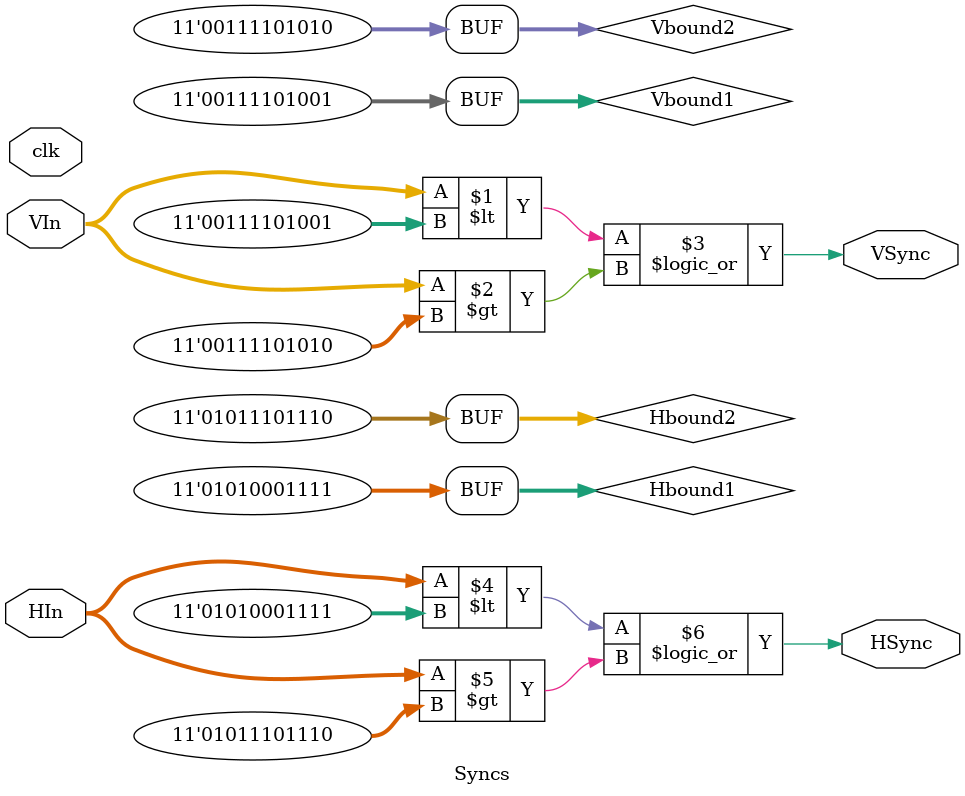
<source format=v>
`timescale 1ns / 1ps


module Syncs(
    input clk,
    input [10:0] VIn,
    input [10:0] HIn,
    output VSync,
    output HSync
    );
    
    wire [10:0] Hbound1, Hbound2;
    wire [10:0] Vbound1, Vbound2;
    
    assign Hbound1 = 11'd655;
    assign Hbound2 = 11'd750;
 
    assign Vbound1 = 11'd489;
    assign Vbound2 = 11'd490;
    
    assign VSync = (VIn < Vbound1 ) || (VIn > Vbound2);
    assign HSync = (HIn < Hbound1 ) || (HIn > Hbound2);
    
endmodule

</source>
